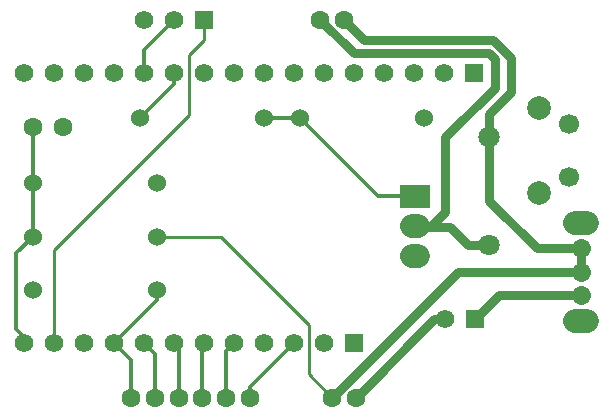
<source format=gbl>
G04 Layer: BottomLayer*
G04 EasyEDA v6.4.20.6, 2021-08-25T14:01:31+02:00*
G04 e866269f8e5e4e6dbd67b5624e2cb2fc,10*
G04 Gerber Generator version 0.2*
G04 Scale: 100 percent, Rotated: No, Reflected: No *
G04 Dimensions in millimeters *
G04 leading zeros omitted , absolute positions ,4 integer and 5 decimal *
%FSLAX45Y45*%
%MOMM*%

%ADD10C,0.2540*%
%ADD11C,1.6000*%
%ADD15C,0.3000*%
%ADD16R,1.5748X1.5748*%
%ADD17C,1.5748*%
%ADD18C,1.7000*%
%ADD19C,2.0000*%
%ADD20C,1.5240*%
%ADD22C,1.8000*%
%ADD23C,1.5999*%
%ADD24C,0.8000*%

%LPD*%
D24*
X-996998Y-1330004D02*
G01*
X-996950Y-1330002D01*
X-996950Y-1874578D01*
X-596138Y-2275390D01*
X-219999Y-2275392D01*
X-2326998Y-3540000D02*
G01*
X-1262390Y-2475392D01*
X-219999Y-2475392D01*
X-219999Y-2675392D02*
G01*
X-915390Y-2675392D01*
X-1115997Y-2875998D01*
X-219999Y-2275392D02*
G01*
X-219999Y-2475392D01*
X-2227071Y-339910D02*
G01*
X-2056384Y-510598D01*
X-961897Y-510598D01*
X-809497Y-662998D01*
X-809497Y-955098D01*
X-996950Y-1142550D01*
X-996950Y-1330002D01*
X-996998Y-1330004D01*
X-1626999Y-2089998D02*
G01*
X-1618899Y-2098098D01*
X-1330197Y-2098098D01*
X-1178303Y-2249992D01*
X-996998Y-2249992D01*
D15*
X-3666997Y-339999D02*
G01*
X-3920997Y-593999D01*
X-3920997Y-789998D01*
D10*
X-2326998Y-3540000D02*
G01*
X-2523997Y-3343000D01*
X-2523997Y-2923598D01*
X-3271598Y-2175997D01*
X-3811993Y-2175997D01*
X-4682997Y-3075998D02*
G01*
X-4682997Y-2288598D01*
X-3539997Y-1145598D01*
X-3539997Y-637598D01*
X-3412997Y-510598D01*
X-3412997Y-339910D01*
D15*
X-4174997Y-3075998D02*
G01*
X-3811993Y-2712994D01*
X-3811993Y-2625999D01*
X-4862004Y-2175997D02*
G01*
X-5000497Y-2314491D01*
X-5000497Y-2961698D01*
X-4936997Y-3025198D01*
X-4936997Y-3075998D01*
X-4862004Y-1725998D02*
G01*
X-4862004Y-2175997D01*
X-4860797Y-1247198D02*
G01*
X-4862068Y-1725988D01*
X-2650997Y-3075998D02*
G01*
X-3026999Y-3451999D01*
X-3026999Y-3540000D01*
X-3158997Y-3075998D02*
G01*
X-3226998Y-3143999D01*
X-3226998Y-3540000D01*
X-3412997Y-3075998D02*
G01*
X-3426998Y-3089998D01*
X-3426998Y-3540000D01*
X-3666997Y-3075998D02*
G01*
X-3626998Y-3115998D01*
X-3626998Y-3540000D01*
X-3920997Y-3075998D02*
G01*
X-3826997Y-3169998D01*
X-3826997Y-3540000D01*
X-4174997Y-3075998D02*
G01*
X-4026997Y-3223999D01*
X-4026997Y-3540000D01*
X-3952003Y-1170998D02*
G01*
X-3666997Y-885992D01*
X-3666997Y-789998D01*
X-2901993Y-1170998D02*
G01*
X-2602003Y-1170998D01*
D24*
X-2126998Y-3540000D02*
G01*
X-1462996Y-2875998D01*
X-1369997Y-2875998D01*
X-2426997Y-339999D02*
G01*
X-2141981Y-624898D01*
X-999997Y-624898D01*
X-949197Y-675698D01*
X-949197Y-916998D01*
X-949197Y-916998D02*
G01*
X-1368297Y-1336098D01*
X-1368297Y-1971098D01*
X-1487169Y-2089970D01*
X-1627123Y-2089970D01*
D15*
X-2602003Y-1170998D02*
G01*
X-1937003Y-1835998D01*
X-1626999Y-1835998D01*
D11*
G01*
X-2126894Y-3540056D03*
G01*
X-2326893Y-3540056D03*
D16*
G01*
X-1115999Y-2875998D03*
D17*
G01*
X-1369999Y-2875998D03*
D11*
G01*
X-3826992Y-3540005D03*
G01*
X-4026992Y-3540005D03*
G01*
X-3626993Y-3540005D03*
G01*
X-3426993Y-3540005D03*
G01*
X-3226993Y-3540005D03*
G01*
X-3026994Y-3540005D03*
G01*
X-2426995Y-340012D03*
G01*
X-2226995Y-340012D03*
D17*
G01*
X-3920997Y-340012D03*
G01*
X-3666997Y-340012D03*
D16*
G01*
X-3412997Y-340012D03*
D11*
G01*
X-4606797Y-1247198D03*
G01*
X-4860797Y-1247198D03*
D18*
G01*
X-319989Y-1675391D03*
G01*
X-319989Y-1225405D03*
D19*
G01*
X-573989Y-1090404D03*
G01*
X-573989Y-1810392D03*
D16*
G01*
X-1126997Y-789998D03*
D17*
G01*
X-1380997Y-789998D03*
G01*
X-1634997Y-789998D03*
G01*
X-1888997Y-789998D03*
G01*
X-2142997Y-789998D03*
G01*
X-2396997Y-789998D03*
G01*
X-2650997Y-789998D03*
G01*
X-2904997Y-789998D03*
G01*
X-3158997Y-789998D03*
G01*
X-3412997Y-789998D03*
G01*
X-3666997Y-789998D03*
G01*
X-3920997Y-789998D03*
G01*
X-4174997Y-789998D03*
G01*
X-4428997Y-789998D03*
G01*
X-4682997Y-789998D03*
G01*
X-4936997Y-789998D03*
D16*
G01*
X-2142997Y-3075998D03*
D17*
G01*
X-2396997Y-3075998D03*
G01*
X-2650997Y-3075998D03*
G01*
X-2904997Y-3075998D03*
G01*
X-3158997Y-3075998D03*
G01*
X-3412997Y-3075998D03*
G01*
X-3666997Y-3075998D03*
G01*
X-3920997Y-3075998D03*
G01*
X-4174997Y-3075998D03*
G01*
X-4428997Y-3075998D03*
G01*
X-4682997Y-3075998D03*
G01*
X-4936997Y-3075998D03*
D20*
G01*
X-4861991Y-1725988D03*
G01*
X-3811981Y-1725988D03*
G01*
X-4861991Y-2176000D03*
G01*
X-3811981Y-2176000D03*
G01*
X-1551990Y-1170998D03*
G01*
X-2602001Y-1170998D03*
G01*
X-3952011Y-1170998D03*
G01*
X-2902000Y-1170998D03*
G01*
X-3811981Y-2626012D03*
G01*
X-4861991Y-2626012D03*
G36*
X-1502031Y-1735922D02*
G01*
X-1502031Y-1936074D01*
X-1751967Y-1936074D01*
X-1751967Y-1735922D01*
G37*
D22*
G01*
X-997000Y-1330002D03*
G01*
X-997000Y-2249990D03*
D23*
X-219986Y-2675389D02*
G01*
X-219991Y-2675389D01*
X-219986Y-2275390D02*
G01*
X-219991Y-2275390D01*
X-219986Y-2475390D02*
G01*
X-219991Y-2475390D01*
D19*
X-269989Y-2060379D02*
G01*
X-169989Y-2060379D01*
X-269989Y-2890400D02*
G01*
X-169989Y-2890400D01*
X-1601995Y-2343995D02*
G01*
X-1651995Y-2343995D01*
X-1601995Y-2089995D02*
G01*
X-1651995Y-2089995D01*
M02*

</source>
